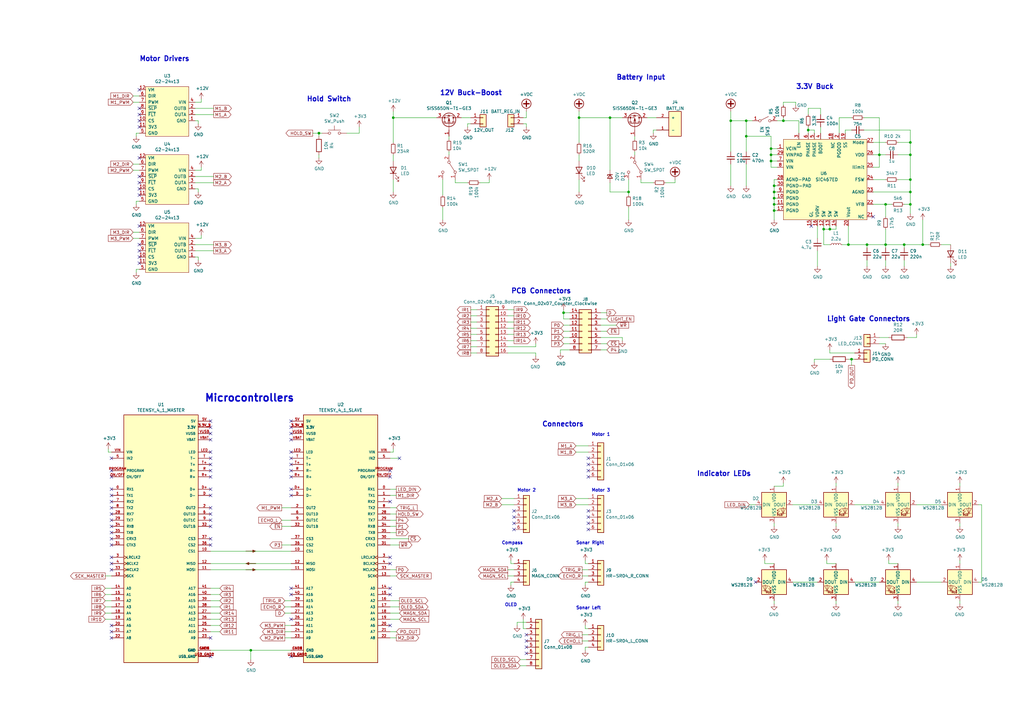
<source format=kicad_sch>
(kicad_sch (version 20211123) (generator eeschema)
  (paper "A3")
  (title_block (title "Robocup Jr Main PCB") (rev "2.0") (company "Leaphy") (comment 1 "Author: Pixeljoch") (comment 2 "Niet aan likken a.u.b."))
  (junction (at 316.23 60.96))
  (junction (at 317.5 83.82))
  (junction (at 316.23 66.04))
  (junction (at 363.22 100.33))
  (junction (at 231.14 128.27))
  (junction (at 306.07 55.88))
  (junction (at 257.81 78.74))
  (junction (at 316.23 63.5))
  (junction (at 378.46 100.33))
  (junction (at 317.5 86.36))
  (junction (at 237.49 48.26))
  (junction (at 161.29 48.26))
  (junction (at 355.6 100.33))
  (junction (at 317.5 81.28))
  (junction (at 373.38 58.42))
  (junction (at 331.47 53.34))
  (junction (at 349.25 147.32))
  (junction (at 373.38 78.74))
  (junction (at 360.68 63.5))
  (junction (at 373.38 63.5))
  (junction (at 370.84 100.33))
  (junction (at 299.72 49.53))
  (junction (at 250.19 48.26))
  (junction (at 306.07 49.53))
  (junction (at 347.98 100.33))
  (junction (at 317.5 78.74))
  (junction (at 102.87 266.7))
  (junction (at 363.22 83.82))
  (junction (at 321.31 49.53))
  (junction (at 317.5 76.2))
  (junction (at 373.38 73.66))
  (junction (at 337.82 93.98))
  (junction (at 373.38 83.82))
  (junction (at 340.36 93.98))
  (junction (at 130.81 54.61))
  (no_connect (at 45.72 231.14))
  (no_connect (at 241.3 212.09))
  (no_connect (at 119.38 175.26))
  (no_connect (at 119.38 185.42))
  (no_connect (at 57.15 44.45))
  (no_connect (at 160.02 231.14))
  (no_connect (at 45.72 261.62))
  (no_connect (at 119.38 172.72))
  (no_connect (at 45.72 223.52))
  (no_connect (at 160.02 243.84))
  (no_connect (at 57.15 74.93))
  (no_connect (at 86.36 180.34))
  (no_connect (at 45.72 259.08))
  (no_connect (at 86.36 193.04))
  (no_connect (at 45.72 195.58))
  (no_connect (at 86.36 269.24))
  (no_connect (at 160.02 205.74))
  (no_connect (at 57.15 49.53))
  (no_connect (at 119.38 269.24))
  (no_connect (at 215.9 260.35))
  (no_connect (at 57.15 105.41))
  (no_connect (at 57.15 92.71))
  (no_connect (at 119.38 193.04))
  (no_connect (at 86.36 190.5))
  (no_connect (at 241.3 190.5))
  (no_connect (at 241.3 193.04))
  (no_connect (at 86.36 172.72))
  (no_connect (at 45.72 200.66))
  (no_connect (at 119.38 177.8))
  (no_connect (at 119.38 243.84))
  (no_connect (at 45.72 220.98))
  (no_connect (at 160.02 241.3))
  (no_connect (at 45.72 210.82))
  (no_connect (at 210.82 209.55))
  (no_connect (at 309.88 238.76))
  (no_connect (at 119.38 254))
  (no_connect (at 86.36 220.98))
  (no_connect (at 215.9 267.97))
  (no_connect (at 45.72 205.74))
  (no_connect (at 119.38 180.34))
  (no_connect (at 210.82 217.17))
  (no_connect (at 57.15 107.95))
  (no_connect (at 86.36 177.8))
  (no_connect (at 57.15 52.07))
  (no_connect (at 45.72 233.68))
  (no_connect (at 86.36 210.82))
  (no_connect (at 119.38 200.66))
  (no_connect (at 241.3 217.17))
  (no_connect (at 215.9 262.89))
  (no_connect (at 86.36 208.28))
  (no_connect (at 45.72 208.28))
  (no_connect (at 57.15 36.83))
  (no_connect (at 119.38 187.96))
  (no_connect (at 45.72 215.9))
  (no_connect (at 160.02 193.04))
  (no_connect (at 86.36 215.9))
  (no_connect (at 57.15 77.47))
  (no_connect (at 45.72 203.2))
  (no_connect (at 57.15 64.77))
  (no_connect (at 86.36 175.26))
  (no_connect (at 57.15 80.01))
  (no_connect (at 86.36 261.62))
  (no_connect (at 45.72 193.04))
  (no_connect (at 86.36 195.58))
  (no_connect (at 57.15 72.39))
  (no_connect (at 57.15 46.99))
  (no_connect (at 160.02 256.54))
  (no_connect (at 241.3 187.96))
  (no_connect (at 86.36 213.36))
  (no_connect (at 241.3 209.55))
  (no_connect (at 160.02 228.6))
  (no_connect (at 210.82 214.63))
  (no_connect (at 241.3 214.63))
  (no_connect (at 45.72 256.54))
  (no_connect (at 210.82 212.09))
  (no_connect (at 86.36 187.96))
  (no_connect (at 332.74 92.71))
  (no_connect (at 57.15 102.87))
  (no_connect (at 358.14 88.9))
  (no_connect (at 86.36 185.42))
  (no_connect (at 119.38 190.5))
  (no_connect (at 45.72 187.96))
  (no_connect (at 45.72 213.36))
  (no_connect (at 160.02 195.58))
  (no_connect (at 119.38 241.3))
  (no_connect (at 86.36 203.2))
  (no_connect (at 215.9 265.43))
  (no_connect (at 45.72 228.6))
  (no_connect (at 163.83 187.96))
  (no_connect (at 241.3 195.58))
  (no_connect (at 86.36 223.52))
  (no_connect (at 45.72 218.44))
  (no_connect (at 57.15 100.33))
  (no_connect (at 119.38 195.58))
  (no_connect (at 86.36 200.66))
  (no_connect (at 119.38 203.2))
  (wire (pts (xy 321.31 48.26) (xy 321.31 49.53)))
  (wire (pts (xy 231.14 140.97) (xy 233.68 140.97)))
  (wire (pts (xy 250.19 78.74) (xy 250.19 74.93)))
  (wire (pts (xy 240.03 265.43) (xy 241.3 265.43)))
  (wire (pts (xy 340.36 92.71) (xy 340.36 93.98)))
  (wire (pts (xy 43.18 246.38) (xy 45.72 246.38)))
  (wire (pts (xy 215.9 257.81) (xy 214.63 257.81)))
  (wire (pts (xy 233.68 128.27) (xy 231.14 128.27)))
  (wire (pts (xy 368.3 198.12) (xy 368.3 199.39)))
  (wire (pts (xy 316.23 55.88) (xy 316.23 60.96)))
  (wire (pts (xy 184.15 57.15) (xy 184.15 55.88)))
  (wire (pts (xy 236.22 204.47) (xy 241.3 204.47)))
  (wire (pts (xy 116.84 259.08) (xy 119.38 259.08)))
  (wire (pts (xy 317.5 76.2) (xy 317.5 78.74)))
  (wire (pts (xy 130.81 55.88) (xy 130.81 54.61)))
  (wire (pts (xy 82.55 40.64) (xy 82.55 41.91)))
  (wire (pts (xy 318.77 66.04) (xy 316.23 66.04)))
  (wire (pts (xy 318.77 86.36) (xy 317.5 86.36)))
  (wire (pts (xy 115.57 213.36) (xy 119.38 213.36)))
  (wire (pts (xy 306.07 55.88) (xy 316.23 55.88)))
  (wire (pts (xy 229.87 144.78) (xy 229.87 143.51)))
  (wire (pts (xy 219.71 146.05) (xy 219.71 144.78)))
  (wire (pts (xy 130.81 64.77) (xy 130.81 63.5)))
  (wire (pts (xy 191.77 74.93) (xy 186.69 74.93)))
  (wire (pts (xy 355.6 106.68) (xy 355.6 109.22)))
  (wire (pts (xy 331.47 54.61) (xy 331.47 53.34)))
  (wire (pts (xy 313.69 229.87) (xy 313.69 231.14)))
  (wire (pts (xy 360.68 68.58) (xy 360.68 63.5)))
  (wire (pts (xy 363.22 106.68) (xy 363.22 109.22)))
  (wire (pts (xy 162.56 213.36) (xy 160.02 213.36)))
  (wire (pts (xy 317.5 83.82) (xy 317.5 86.36)))
  (wire (pts (xy 238.76 236.22) (xy 241.3 236.22)))
  (wire (pts (xy 191.77 50.8) (xy 193.04 50.8)))
  (wire (pts (xy 368.3 247.65) (xy 368.3 246.38)))
  (wire (pts (xy 337.82 100.33) (xy 340.36 100.33)))
  (wire (pts (xy 250.19 78.74) (xy 257.81 78.74)))
  (wire (pts (xy 363.22 88.9) (xy 363.22 83.82)))
  (wire (pts (xy 82.55 68.58) (xy 82.55 69.85)))
  (wire (pts (xy 167.64 220.98) (xy 160.02 220.98)))
  (wire (pts (xy 370.84 100.33) (xy 363.22 100.33)))
  (wire (pts (xy 318.77 81.28) (xy 317.5 81.28)))
  (wire (pts (xy 215.9 48.26) (xy 215.9 45.72)))
  (wire (pts (xy 318.77 76.2) (xy 317.5 76.2)))
  (wire (pts (xy 193.04 127) (xy 195.58 127)))
  (wire (pts (xy 193.04 142.24) (xy 195.58 142.24)))
  (wire (pts (xy 162.56 259.08) (xy 160.02 259.08)))
  (wire (pts (xy 240.03 238.76) (xy 241.3 238.76)))
  (wire (pts (xy 55.88 83.82) (xy 55.88 82.55)))
  (wire (pts (xy 335.28 109.22) (xy 335.28 102.87)))
  (wire (pts (xy 215.9 52.07) (xy 215.9 50.8)))
  (wire (pts (xy 102.87 266.7) (xy 86.36 266.7)))
  (wire (pts (xy 360.68 63.5) (xy 358.14 63.5)))
  (wire (pts (xy 373.38 78.74) (xy 373.38 83.82)))
  (wire (pts (xy 373.38 63.5) (xy 373.38 73.66)))
  (wire (pts (xy 184.15 63.5) (xy 184.15 62.23)))
  (wire (pts (xy 213.36 273.05) (xy 215.9 273.05)))
  (wire (pts (xy 193.04 144.78) (xy 195.58 144.78)))
  (wire (pts (xy 346.71 53.34) (xy 349.25 53.34)))
  (wire (pts (xy 255.27 138.43) (xy 255.27 139.7)))
  (wire (pts (xy 265.43 48.26) (xy 269.24 48.26)))
  (wire (pts (xy 181.61 73.66) (xy 181.61 80.01)))
  (wire (pts (xy 321.31 198.12) (xy 321.31 199.39)))
  (wire (pts (xy 375.92 207.01) (xy 386.08 207.01)))
  (wire (pts (xy 402.59 238.76) (xy 401.32 238.76)))
  (wire (pts (xy 240.03 231.14) (xy 241.3 231.14)))
  (wire (pts (xy 248.92 135.89) (xy 246.38 135.89)))
  (wire (pts (xy 43.18 248.92) (xy 45.72 248.92)))
  (wire (pts (xy 370.84 83.82) (xy 373.38 83.82)))
  (wire (pts (xy 163.83 248.92) (xy 160.02 248.92)))
  (wire (pts (xy 318.77 63.5) (xy 316.23 63.5)))
  (wire (pts (xy 257.81 73.66) (xy 257.81 78.74)))
  (wire (pts (xy 276.86 74.93) (xy 276.86 73.66)))
  (wire (pts (xy 318.77 60.96) (xy 316.23 60.96)))
  (wire (pts (xy 162.56 200.66) (xy 160.02 200.66)))
  (wire (pts (xy 389.89 109.22) (xy 389.89 107.95)))
  (wire (pts (xy 360.68 138.43) (xy 364.49 138.43)))
  (wire (pts (xy 208.28 132.08) (xy 210.82 132.08)))
  (wire (pts (xy 186.69 74.93) (xy 186.69 73.66)))
  (wire (pts (xy 163.83 246.38) (xy 160.02 246.38)))
  (wire (pts (xy 358.14 73.66) (xy 363.22 73.66)))
  (wire (pts (xy 43.18 251.46) (xy 45.72 251.46)))
  (wire (pts (xy 208.28 137.16) (xy 210.82 137.16)))
  (wire (pts (xy 231.14 135.89) (xy 233.68 135.89)))
  (wire (pts (xy 55.88 82.55) (xy 57.15 82.55)))
  (wire (pts (xy 147.32 54.61) (xy 142.24 54.61)))
  (wire (pts (xy 354.33 53.34) (xy 373.38 53.34)))
  (wire (pts (xy 163.83 187.96) (xy 160.02 187.96)))
  (wire (pts (xy 355.6 101.6) (xy 355.6 100.33)))
  (wire (pts (xy 360.68 48.26) (xy 360.68 63.5)))
  (wire (pts (xy 373.38 73.66) (xy 373.38 78.74)))
  (wire (pts (xy 214.63 257.81) (xy 214.63 254)))
  (wire (pts (xy 378.46 100.33) (xy 378.46 90.17)))
  (wire (pts (xy 306.07 49.53) (xy 306.07 55.88)))
  (wire (pts (xy 317.5 73.66) (xy 317.5 76.2)))
  (wire (pts (xy 363.22 100.33) (xy 355.6 100.33)))
  (wire (pts (xy 161.29 48.26) (xy 179.07 48.26)))
  (wire (pts (xy 81.28 78.74) (xy 81.28 77.47)))
  (wire (pts (xy 363.22 63.5) (xy 360.68 63.5)))
  (wire (pts (xy 368.3 73.66) (xy 373.38 73.66)))
  (wire (pts (xy 389.89 100.33) (xy 386.08 100.33)))
  (wire (pts (xy 306.07 49.53) (xy 308.61 49.53)))
  (wire (pts (xy 306.07 55.88) (xy 306.07 62.23)))
  (wire (pts (xy 237.49 48.26) (xy 237.49 45.72)))
  (wire (pts (xy 115.57 223.52) (xy 119.38 223.52)))
  (wire (pts (xy 344.17 54.61) (xy 344.17 48.26)))
  (wire (pts (xy 368.3 63.5) (xy 373.38 63.5)))
  (wire (pts (xy 336.55 52.07) (xy 336.55 54.61)))
  (wire (pts (xy 236.22 185.42) (xy 241.3 185.42)))
  (wire (pts (xy 260.35 57.15) (xy 260.35 55.88)))
  (wire (pts (xy 238.76 233.68) (xy 241.3 233.68)))
  (wire (pts (xy 231.14 130.81) (xy 233.68 130.81)))
  (wire (pts (xy 231.14 128.27) (xy 231.14 130.81)))
  (wire (pts (xy 337.82 93.98) (xy 340.36 93.98)))
  (wire (pts (xy 116.84 251.46) (xy 119.38 251.46)))
  (wire (pts (xy 82.55 97.79) (xy 80.01 97.79)))
  (wire (pts (xy 116.84 248.92) (xy 119.38 248.92)))
  (wire (pts (xy 246.38 138.43) (xy 255.27 138.43)))
  (wire (pts (xy 316.23 68.58) (xy 316.23 66.04)))
  (wire (pts (xy 363.22 83.82) (xy 358.14 83.82)))
  (wire (pts (xy 375.92 137.16) (xy 375.92 138.43)))
  (wire (pts (xy 276.86 74.93) (xy 273.05 74.93)))
  (wire (pts (xy 115.57 215.9) (xy 119.38 215.9)))
  (wire (pts (xy 43.18 243.84) (xy 45.72 243.84)))
  (wire (pts (xy 316.23 66.04) (xy 316.23 63.5)))
  (wire (pts (xy 335.28 92.71) (xy 335.28 97.79)))
  (wire (pts (xy 160.02 185.42) (xy 161.29 185.42)))
  (wire (pts (xy 267.97 74.93) (xy 262.89 74.93)))
  (wire (pts (xy 401.32 207.01) (xy 402.59 207.01)))
  (wire (pts (xy 80.01 74.93) (xy 87.63 74.93)))
  (wire (pts (xy 86.36 231.14) (xy 119.38 231.14)))
  (wire (pts (xy 236.22 207.01) (xy 241.3 207.01)))
  (wire (pts (xy 80.01 44.45) (xy 87.63 44.45)))
  (wire (pts (xy 364.49 231.14) (xy 368.3 231.14)))
  (wire (pts (xy 317.5 215.9) (xy 317.5 214.63)))
  (wire (pts (xy 326.39 41.91) (xy 326.39 43.18)))
  (wire (pts (xy 82.55 41.91) (xy 80.01 41.91)))
  (wire (pts (xy 80.01 102.87) (xy 87.63 102.87)))
  (wire (pts (xy 116.84 256.54) (xy 119.38 256.54)))
  (wire (pts (xy 231.14 127) (xy 231.14 128.27)))
  (wire (pts (xy 54.61 69.85) (xy 57.15 69.85)))
  (wire (pts (xy 90.17 251.46) (xy 86.36 251.46)))
  (wire (pts (xy 55.88 55.88) (xy 55.88 54.61)))
  (wire (pts (xy 90.17 246.38) (xy 86.36 246.38)))
  (wire (pts (xy 128.27 54.61) (xy 130.81 54.61)))
  (wire (pts (xy 339.09 229.87) (xy 339.09 231.14)))
  (wire (pts (xy 115.57 208.28) (xy 119.38 208.28)))
  (wire (pts (xy 54.61 95.25) (xy 57.15 95.25)))
  (wire (pts (xy 393.7 229.87) (xy 393.7 231.14)))
  (wire (pts (xy 337.82 92.71) (xy 337.82 93.98)))
  (wire (pts (xy 209.55 231.14) (xy 210.82 231.14)))
  (wire (pts (xy 119.38 266.7) (xy 102.87 266.7)))
  (wire (pts (xy 240.03 266.7) (xy 240.03 265.43)))
  (wire (pts (xy 161.29 78.74) (xy 161.29 73.66)))
  (wire (pts (xy 321.31 41.91) (xy 326.39 41.91)))
  (wire (pts (xy 317.5 81.28) (xy 317.5 83.82)))
  (wire (pts (xy 331.47 53.34) (xy 331.47 52.07)))
  (wire (pts (xy 336.55 44.45) (xy 336.55 46.99)))
  (wire (pts (xy 219.71 140.97) (xy 219.71 142.24)))
  (wire (pts (xy 54.61 41.91) (xy 57.15 41.91)))
  (wire (pts (xy 350.52 207.01) (xy 360.68 207.01)))
  (wire (pts (xy 313.69 231.14) (xy 317.5 231.14)))
  (wire (pts (xy 90.17 259.08) (xy 86.36 259.08)))
  (wire (pts (xy 248.92 128.27) (xy 246.38 128.27)))
  (wire (pts (xy 163.83 254) (xy 160.02 254)))
  (wire (pts (xy 238.76 262.89) (xy 241.3 262.89)))
  (wire (pts (xy 260.35 63.5) (xy 260.35 62.23)))
  (wire (pts (xy 55.88 111.76) (xy 55.88 110.49)))
  (wire (pts (xy 358.14 68.58) (xy 360.68 68.58)))
  (wire (pts (xy 240.03 256.54) (xy 240.03 257.81)))
  (wire (pts (xy 44.45 184.15) (xy 44.45 185.42)))
  (wire (pts (xy 208.28 139.7) (xy 210.82 139.7)))
  (wire (pts (xy 342.9 93.98) (xy 342.9 92.71)))
  (wire (pts (xy 213.36 270.51) (xy 215.9 270.51)))
  (wire (pts (xy 231.14 133.35) (xy 233.68 133.35)))
  (wire (pts (xy 250.19 48.26) (xy 237.49 48.26)))
  (wire (pts (xy 193.04 139.7) (xy 195.58 139.7)))
  (wire (pts (xy 147.32 52.07) (xy 147.32 54.61)))
  (wire (pts (xy 193.04 134.62) (xy 195.58 134.62)))
  (wire (pts (xy 162.56 233.68) (xy 160.02 233.68)))
  (wire (pts (xy 340.36 93.98) (xy 342.9 93.98)))
  (wire (pts (xy 208.28 233.68) (xy 210.82 233.68)))
  (wire (pts (xy 342.9 198.12) (xy 342.9 199.39)))
  (wire (pts (xy 325.12 207.01) (xy 335.28 207.01)))
  (wire (pts (xy 257.81 78.74) (xy 257.81 80.01)))
  (wire (pts (xy 231.14 138.43) (xy 233.68 138.43)))
  (wire (pts (xy 212.09 255.27) (xy 215.9 255.27)))
  (wire (pts (xy 334.01 53.34) (xy 331.47 53.34)))
  (wire (pts (xy 347.98 92.71) (xy 347.98 100.33)))
  (wire (pts (xy 116.84 246.38) (xy 119.38 246.38)))
  (wire (pts (xy 208.28 236.22) (xy 210.82 236.22)))
  (wire (pts (xy 90.17 243.84) (xy 86.36 243.84)))
  (wire (pts (xy 363.22 93.98) (xy 363.22 100.33)))
  (wire (pts (xy 237.49 78.74) (xy 237.49 73.66)))
  (wire (pts (xy 240.03 229.87) (xy 240.03 231.14)))
  (wire (pts (xy 200.66 74.93) (xy 196.85 74.93)))
  (wire (pts (xy 317.5 86.36) (xy 317.5 90.17)))
  (wire (pts (xy 130.81 54.61) (xy 132.08 54.61)))
  (wire (pts (xy 337.82 93.98) (xy 337.82 100.33)))
  (wire (pts (xy 161.29 48.26) (xy 161.29 45.72)))
  (wire (pts (xy 162.56 261.62) (xy 160.02 261.62)))
  (wire (pts (xy 81.28 106.68) (xy 81.28 105.41)))
  (wire (pts (xy 365.76 83.82) (xy 363.22 83.82)))
  (wire (pts (xy 299.72 76.2) (xy 299.72 67.31)))
  (wire (pts (xy 375.92 138.43) (xy 372.11 138.43)))
  (wire (pts (xy 219.71 142.24) (xy 208.28 142.24)))
  (wire (pts (xy 90.17 254) (xy 86.36 254)))
  (wire (pts (xy 386.08 238.76) (xy 375.92 238.76)))
  (wire (pts (xy 373.38 53.34) (xy 373.38 58.42)))
  (wire (pts (xy 189.23 48.26) (xy 193.04 48.26)))
  (wire (pts (xy 321.31 43.18) (xy 321.31 41.91)))
  (wire (pts (xy 44.45 185.42) (xy 45.72 185.42)))
  (wire (pts (xy 370.84 101.6) (xy 370.84 100.33)))
  (wire (pts (xy 80.01 46.99) (xy 87.63 46.99)))
  (wire (pts (xy 238.76 260.35) (xy 241.3 260.35)))
  (wire (pts (xy 102.87 270.51) (xy 102.87 266.7)))
  (wire (pts (xy 215.9 50.8) (xy 214.63 50.8)))
  (wire (pts (xy 402.59 207.01) (xy 402.59 238.76)))
  (wire (pts (xy 208.28 127) (xy 210.82 127)))
  (wire (pts (xy 393.7 215.9) (xy 393.7 214.63)))
  (wire (pts (xy 299.72 45.72) (xy 299.72 49.53)))
  (wire (pts (xy 342.9 215.9) (xy 342.9 214.63)))
  (wire (pts (xy 334.01 54.61) (xy 334.01 53.34)))
  (wire (pts (xy 90.17 256.54) (xy 86.36 256.54)))
  (wire (pts (xy 161.29 66.04) (xy 161.29 63.5)))
  (wire (pts (xy 349.25 149.86) (xy 349.25 147.32)))
  (wire (pts (xy 393.7 247.65) (xy 393.7 246.38)))
  (wire (pts (xy 306.07 76.2) (xy 306.07 67.31)))
  (wire (pts (xy 318.77 78.74) (xy 317.5 78.74)))
  (wire (pts (xy 331.47 46.99) (xy 331.47 44.45)))
  (wire (pts (xy 335.28 238.76) (xy 325.12 238.76)))
  (wire (pts (xy 43.18 236.22) (xy 45.72 236.22)))
  (wire (pts (xy 327.66 49.53) (xy 327.66 54.61)))
  (wire (pts (xy 163.83 251.46) (xy 160.02 251.46)))
  (wire (pts (xy 368.3 215.9) (xy 368.3 214.63)))
  (wire (pts (xy 86.36 226.06) (xy 119.38 226.06)))
  (wire (pts (xy 237.49 58.42) (xy 237.49 48.26)))
  (wire (pts (xy 393.7 198.12) (xy 393.7 199.39)))
  (wire (pts (xy 299.72 49.53) (xy 299.72 62.23)))
  (wire (pts (xy 43.18 241.3) (xy 45.72 241.3)))
  (wire (pts (xy 334.01 147.32) (xy 340.36 147.32)))
  (wire (pts (xy 208.28 134.62) (xy 210.82 134.62)))
  (wire (pts (xy 358.14 78.74) (xy 373.38 78.74)))
  (wire (pts (xy 116.84 261.62) (xy 119.38 261.62)))
  (wire (pts (xy 355.6 100.33) (xy 347.98 100.33)))
  (wire (pts (xy 237.49 66.04) (xy 237.49 63.5)))
  (wire (pts (xy 347.98 100.33) (xy 345.44 100.33)))
  (wire (pts (xy 209.55 240.03) (xy 209.55 238.76)))
  (wire (pts (xy 248.92 140.97) (xy 246.38 140.97)))
  (wire (pts (xy 90.17 241.3) (xy 86.36 241.3)))
  (wire (pts (xy 321.31 49.53) (xy 327.66 49.53)))
  (wire (pts (xy 354.33 48.26) (xy 360.68 48.26)))
  (wire (pts (xy 246.38 143.51) (xy 248.92 143.51)))
  (wire (pts (xy 200.66 73.66) (xy 200.66 74.93)))
  (wire (pts (xy 368.3 58.42) (xy 373.38 58.42)))
  (wire (pts (xy 205.74 204.47) (xy 210.82 204.47)))
  (wire (pts (xy 358.14 58.42) (xy 363.22 58.42)))
  (wire (pts (xy 318.77 68.58) (xy 316.23 68.58)))
  (wire (pts (xy 257.81 85.09) (xy 257.81 90.17)))
  (wire (pts (xy 161.29 58.42) (xy 161.29 48.26)))
  (wire (pts (xy 54.61 67.31) (xy 57.15 67.31)))
  (wire (pts (xy 212.09 256.54) (xy 212.09 255.27)))
  (wire (pts (xy 54.61 97.79) (xy 57.15 97.79)))
  (wire (pts (xy 316.23 63.5) (xy 316.23 60.96)))
  (wire (pts (xy 81.28 77.47) (xy 80.01 77.47)))
  (wire (pts (xy 364.49 229.87) (xy 364.49 231.14)))
  (wire (pts (xy 248.92 130.81) (xy 246.38 130.81)))
  (wire (pts (xy 81.28 49.53) (xy 80.01 49.53)))
  (wire (pts (xy 346.71 54.61) (xy 346.71 53.34)))
  (wire (pts (xy 193.04 132.08) (xy 195.58 132.08)))
  (wire (pts (xy 219.71 144.78) (xy 208.28 144.78)))
  (wire (pts (xy 160.02 215.9) (xy 162.56 215.9)))
  (wire (pts (xy 344.17 48.26) (xy 349.25 48.26)))
  (wire (pts (xy 267.97 53.34) (xy 269.24 53.34)))
  (wire (pts (xy 360.68 140.97) (xy 363.22 140.97)))
  (wire (pts (xy 162.56 210.82) (xy 160.02 210.82)))
  (wire (pts (xy 255.27 48.26) (xy 250.19 48.26)))
  (wire (pts (xy 214.63 48.26) (xy 215.9 48.26)))
  (wire (pts (xy 373.38 58.42) (xy 373.38 63.5)))
  (wire (pts (xy 342.9 247.65) (xy 342.9 246.38)))
  (wire (pts (xy 373.38 83.82) (xy 373.38 87.63)))
  (wire (pts (xy 334.01 148.59) (xy 334.01 147.32)))
  (wire (pts (xy 360.68 238.76) (xy 350.52 238.76)))
  (wire (pts (xy 82.55 69.85) (xy 80.01 69.85)))
  (wire (pts (xy 55.88 110.49) (xy 57.15 110.49)))
  (wire (pts (xy 363.22 101.6) (xy 363.22 100.33)))
  (wire (pts (xy 318.77 83.82) (xy 317.5 83.82)))
  (wire (pts (xy 318.77 49.53) (xy 321.31 49.53)))
  (wire (pts (xy 81.28 50.8) (xy 81.28 49.53)))
  (wire (pts (xy 306.07 49.53) (xy 299.72 49.53)))
  (wire (pts (xy 307.34 207.01) (xy 309.88 207.01)))
  (wire (pts (xy 321.31 199.39) (xy 317.5 199.39)))
  (wire (pts (xy 162.56 203.2) (xy 160.02 203.2)))
  (wire (pts (xy 209.55 229.87) (xy 209.55 231.14)))
  (wire (pts (xy 229.87 143.51) (xy 233.68 143.51)))
  (wire (pts (xy 193.04 137.16) (xy 195.58 137.16)))
  (wire (pts (xy 82.55 96.52) (xy 82.55 97.79)))
  (wire (pts (xy 191.77 52.07) (xy 191.77 50.8)))
  (wire (pts (xy 90.17 248.92) (xy 86.36 248.92)))
  (wire (pts (xy 86.36 233.68) (xy 119.38 233.68)))
  (wire (pts (xy 81.28 105.41) (xy 80.01 105.41)))
  (wire (pts (xy 317.5 247.65) (xy 317.5 246.38)))
  (wire (pts (xy 162.56 218.44) (xy 160.02 218.44)))
  (wire (pts (xy 54.61 39.37) (xy 57.15 39.37)))
  (wire (pts (xy 209.55 238.76) (xy 210.82 238.76)))
  (wire (pts (xy 205.74 207.01) (xy 210.82 207.01)))
  (wire (pts (xy 43.18 254) (xy 45.72 254)))
  (wire (pts (xy 246.38 133.35) (xy 252.73 133.35)))
  (wire (pts (xy 163.83 223.52) (xy 160.02 223.52)))
  (wire (pts (xy 161.29 185.42) (xy 161.29 184.15)))
  (wire (pts (xy 240.03 257.81) (xy 241.3 257.81)))
  (wire (pts (xy 370.84 100.33) (xy 378.46 100.33)))
  (wire (pts (xy 162.56 208.28) (xy 160.02 208.28)))
  (wire (pts (xy 347.98 147.32) (xy 349.25 147.32)))
  (wire (pts (xy 236.22 182.88) (xy 241.3 182.88)))
  (wire (pts (xy 162.56 236.22) (xy 160.02 236.22)))
  (wire (pts (xy 250.19 69.85) (xy 250.19 48.26)))
  (wire (pts (xy 317.5 78.74) (xy 317.5 81.28)))
  (wire (pts (xy 55.88 54.61) (xy 57.15 54.61)))
  (wire (pts (xy 339.09 231.14) (xy 342.9 231.14)))
  (wire (pts (xy 340.36 144.78) (xy 350.52 144.78)))
  (wire (pts (xy 80.01 100.33) (xy 87.63 100.33)))
  (wire (pts (xy 240.03 240.03) (xy 240.03 238.76)))
  (wire (pts (xy 208.28 129.54) (xy 210.82 129.54)))
  (wire (pts (xy 267.97 54.61) (xy 267.97 53.34)))
  (wire (pts (xy 80.01 72.39) (xy 87.63 72.39)))
  (wire (pts (xy 318.77 73.66) (xy 317.5 73.66)))
  (wire (pts (xy 349.25 147.32) (xy 350.52 147.32)))
  (wire (pts (xy 381 100.33) (xy 378.46 100.33)))
  (wire (pts (xy 331.47 44.45) (xy 336.55 44.45)))
  (wire (pts (xy 262.89 74.93) (xy 262.89 73.66)))
  (wire (pts (xy 370.84 106.68) (xy 370.84 109.22)))
  (wire (pts (xy 181.61 85.09) (xy 181.61 90.17)))
  (wire (pts (xy 340.36 143.51) (xy 340.36 144.78)))
  (wire (pts (xy 193.04 129.54) (xy 195.58 129.54)))
  (text "Motor 3" (at 242.57 201.93 0) (effects (font (size 1.27 1.27) (thickness 0.254) bold) (justify left bottom)))
  (text "Battery Input" (at 252.73 33.02 0) (effects (font (size 2.0066 2.0066) (thickness 0.4013) bold) (justify left bottom)))
  (text "Connectors" (at 222.25 175.26 0) (effects (font (size 2.0066 2.0066) (thickness 0.4013) bold) (justify left bottom)))
  (text "Microcontrollers" (at 83.82 165.1 0) (effects (font (size 2.9972 2.9972) (thickness 0.5994) bold) (justify left bottom)))
  (text "OLED" (at 207.01 248.92 0) (effects (font (size 1.27 1.27) (thickness 0.254) bold) (justify left bottom)))
  (text "12V Buck-Boost" (at 180.34 39.37 0) (effects (font (size 2.0066 2.0066) (thickness 0.4013) bold) (justify left bottom)))
  (text "Motor 1" (at 242.57 179.07 0) (effects (font (size 1.27 1.27) (thickness 0.254) bold) (justify left bottom)))
  (text "Sonar Right" (at 236.22 223.52 0) (effects (font (size 1.27 1.27) (thickness 0.254) bold) (justify left bottom)))
  (text "Indicator LEDs" (at 285.75 195.58 0) (effects (font (size 2.0066 2.0066) (thickness 0.4013) bold) (justify left bottom)))
  (text "Motor Drivers" (at 57.15 25.4 0) (effects (font (size 2.0066 2.0066) (thickness 0.4013) bold) (justify left bottom)))
  (text "3.3V Buck " (at 326.39 36.83 0) (effects (font (size 2.0066 2.0066) (thickness 0.4013) bold) (justify left bottom)))
  (text "PCB Connectors" (at 209.55 120.65 0) (effects (font (size 2.0066 2.0066) (thickness 0.4013) bold) (justify left bottom)))
  (text "Hold Switch" (at 125.73 41.91 0) (effects (font (size 2.0066 2.0066) (thickness 0.4013) bold) (justify left bottom)))
  (text "Motor 2" (at 212.09 201.93 0) (effects (font (size 1.27 1.27) (thickness 0.254) bold) (justify left bottom)))
  (text "Light Gate Connectors" (at 339.09 132.08 0) (effects (font (size 2.0066 2.0066) (thickness 0.4013) bold) (justify left bottom)))
  (text "Sonar Left" (at 236.22 250.19 0) (effects (font (size 1.27 1.27) (thickness 0.254) bold) (justify left bottom)))
  (text "Compass" (at 205.74 223.52 0) (effects (font (size 1.27 1.27) (thickness 0.254) bold) (justify left bottom)))
  (global_label "IR10" (shape output) (at 210.82 129.54 0) (property "Intersheet References" "${INTERSHEET_REFS}" (effects hide)))
  (global_label "IR9" (shape input) (at 43.18 251.46 180) (property "Intersheet References" "${INTERSHEET_REFS}" (effects hide)))
  (global_label "~{CS}" (shape output) (at 167.64 220.98 0) (property "Intersheet References" "${INTERSHEET_REFS}" (effects hide)))
  (global_label "M2_A" (shape output) (at 87.63 74.93 0) (property "Intersheet References" "${INTERSHEET_REFS}" (effects hide)))
  (global_label "IR5" (shape input) (at 43.18 241.3 180) (property "Intersheet References" "${INTERSHEET_REFS}" (effects hide)))
  (global_label "IR12" (shape output) (at 210.82 134.62 0) (property "Intersheet References" "${INTERSHEET_REFS}" (effects hide)))
  (global_label "IR2" (shape output) (at 193.04 129.54 180) (property "Intersheet References" "${INTERSHEET_REFS}" (effects hide)))
  (global_label "IR1" (shape input) (at 90.17 248.92 0) (property "Intersheet References" "${INTERSHEET_REFS}" (effects hide)))
  (global_label "OLED_SCL" (shape input) (at 213.36 270.51 180) (property "Intersheet References" "${INTERSHEET_REFS}" (effects hide)))
  (global_label "P4" (shape output) (at 162.56 213.36 0) (property "Intersheet References" "${INTERSHEET_REFS}" (effects hide)))
  (global_label "IR4" (shape input) (at 90.17 241.3 0) (property "Intersheet References" "${INTERSHEET_REFS}" (effects hide)))
  (global_label "LED_DIN" (shape output) (at 162.56 200.66 0) (property "Intersheet References" "${INTERSHEET_REFS}" (effects hide)))
  (global_label "TRIG_R" (shape input) (at 116.84 246.38 180) (property "Intersheet References" "${INTERSHEET_REFS}" (effects hide)))
  (global_label "P4" (shape input) (at 248.92 143.51 0) (property "Intersheet References" "${INTERSHEET_REFS}" (effects hide)))
  (global_label "M1_DIR" (shape input) (at 54.61 39.37 180) (property "Intersheet References" "${INTERSHEET_REFS}" (effects hide)))
  (global_label "M3_A" (shape input) (at 236.22 204.47 180) (property "Intersheet References" "${INTERSHEET_REFS}" (effects hide)))
  (global_label "P2" (shape input) (at 231.14 138.43 180) (property "Intersheet References" "${INTERSHEET_REFS}" (effects hide)))
  (global_label "IR10" (shape input) (at 43.18 254 180) (property "Intersheet References" "${INTERSHEET_REFS}" (effects hide)))
  (global_label "ECHO_R" (shape input) (at 116.84 248.92 180) (property "Intersheet References" "${INTERSHEET_REFS}" (effects hide)))
  (global_label "MAGN_SDA" (shape input) (at 163.83 251.46 0) (property "Intersheet References" "${INTERSHEET_REFS}" (effects hide)))
  (global_label "~{EN}" (shape input) (at 248.92 135.89 0) (property "Intersheet References" "${INTERSHEET_REFS}" (effects hide)))
  (global_label "IR2" (shape input) (at 90.17 246.38 0) (property "Intersheet References" "${INTERSHEET_REFS}" (effects hide)))
  (global_label "M1_PWM" (shape input) (at 54.61 41.91 180) (property "Intersheet References" "${INTERSHEET_REFS}" (effects hide)))
  (global_label "M1_PWM" (shape output) (at 115.57 208.28 180) (property "Intersheet References" "${INTERSHEET_REFS}" (effects hide)))
  (global_label "M2_B" (shape output) (at 87.63 72.39 0) (property "Intersheet References" "${INTERSHEET_REFS}" (effects hide)))
  (global_label "M3_DIR" (shape input) (at 54.61 95.25 180) (property "Intersheet References" "${INTERSHEET_REFS}" (effects hide)))
  (global_label "M2_DIR" (shape input) (at 54.61 67.31 180) (property "Intersheet References" "${INTERSHEET_REFS}" (effects hide)))
  (global_label "P3" (shape output) (at 115.57 223.52 180) (property "Intersheet References" "${INTERSHEET_REFS}" (effects hide)))
  (global_label "MAGN_SCL" (shape output) (at 208.28 236.22 180) (property "Intersheet References" "${INTERSHEET_REFS}" (effects hide)))
  (global_label "MAGN_SDA" (shape output) (at 208.28 233.68 180) (property "Intersheet References" "${INTERSHEET_REFS}" (effects hide)))
  (global_label "P3" (shape input) (at 231.14 140.97 180) (property "Intersheet References" "${INTERSHEET_REFS}" (effects hide)))
  (global_label "ECHO_R" (shape output) (at 238.76 236.22 180) (property "Intersheet References" "${INTERSHEET_REFS}" (effects hide)))
  (global_label "~{CS}" (shape input) (at 248.92 140.97 0) (property "Intersheet References" "${INTERSHEET_REFS}" (effects hide)))
  (global_label "D" (shape output) (at 248.92 128.27 0) (property "Intersheet References" "${INTERSHEET_REFS}" (effects hide)))
  (global_label "IR7" (shape input) (at 43.18 246.38 180) (property "Intersheet References" "${INTERSHEET_REFS}" (effects hide)))
  (global_label "IR12" (shape input) (at 90.17 256.54 0) (property "Intersheet References" "${INTERSHEET_REFS}" (effects hide)))
  (global_label "P0" (shape input) (at 231.14 133.35 180) (property "Intersheet References" "${INTERSHEET_REFS}" (effects hide)))
  (global_label "IR5" (shape output) (at 193.04 137.16 180) (property "Intersheet References" "${INTERSHEET_REFS}" (effects hide)))
  (global_label "SCK_MASTER" (shape output) (at 43.18 236.22 180) (property "Intersheet References" "${INTERSHEET_REFS}" (effects hide)))
  (global_label "IR7" (shape output) (at 193.04 142.24 180) (property "Intersheet References" "${INTERSHEET_REFS}" (effects hide)))
  (global_label "M3_B" (shape input) (at 236.22 207.01 180) (property "Intersheet References" "${INTERSHEET_REFS}" (effects hide)))
  (global_label "M3_PWM" (shape input) (at 54.61 97.79 180) (property "Intersheet References" "${INTERSHEET_REFS}" (effects hide)))
  (global_label "HOLD_SW" (shape output) (at 162.56 210.82 0) (property "Intersheet References" "${INTERSHEET_REFS}" (effects hide)))
  (global_label "IR8" (shape output) (at 193.04 144.78 180) (property "Intersheet References" "${INTERSHEET_REFS}" (effects hide)))
  (global_label "TRIG_R" (shape output) (at 238.76 233.68 180) (property "Intersheet References" "${INTERSHEET_REFS}" (effects hide)))
  (global_label "TRIG_L" (shape output) (at 238.76 260.35 180) (property "Intersheet References" "${INTERSHEET_REFS}" (effects hide)))
  (global_label "PD_OUT" (shape output) (at 349.25 149.86 270) (property "Intersheet References" "${INTERSHEET_REFS}" (effects hide)))
  (global_label "~{WR}" (shape output) (at 163.83 223.52 0) (property "Intersheet References" "${INTERSHEET_REFS}" (effects hide)))
  (global_label "IR6" (shape input) (at 43.18 243.84 180) (property "Intersheet References" "${INTERSHEET_REFS}" (effects hide)))
  (global_label "IR3" (shape output) (at 193.04 132.08 180) (property "Intersheet References" "${INTERSHEET_REFS}" (effects hide)))
  (global_label "M2_PWM" (shape output) (at 116.84 261.62 180) (property "Intersheet References" "${INTERSHEET_REFS}" (effects hide)))
  (global_label "IR14" (shape input) (at 90.17 251.46 0) (property "Intersheet References" "${INTERSHEET_REFS}" (effects hide)))
  (global_label "HOLD_SW" (shape output) (at 128.27 54.61 180) (property "Intersheet References" "${INTERSHEET_REFS}" (effects hide)))
  (global_label "M1_B" (shape input) (at 236.22 185.42 180) (property "Intersheet References" "${INTERSHEET_REFS}" (effects hide)))
  (global_label "P0" (shape output) (at 162.56 233.68 0) (property "Intersheet References" "${INTERSHEET_REFS}" (effects hide)))
  (global_label "LED_DIN" (shape input) (at 307.34 207.01 180) (property "Intersheet References" "${INTERSHEET_REFS}" (effects hide)))
  (global_label "OLED_SDA" (shape input) (at 213.36 273.05 180) (property "Intersheet References" "${INTERSHEET_REFS}" (effects hide)))
  (global_label "M2_DIR" (shape output) (at 162.56 261.62 0) (property "Intersheet References" "${INTERSHEET_REFS}" (effects hide)))
  (global_label "IR13" (shape input) (at 90.17 254 0) (property "Intersheet References" "${INTERSHEET_REFS}" (effects hide)))
  (global_label "M1_B" (shape output) (at 87.63 44.45 0) (property "Intersheet References" "${INTERSHEET_REFS}" (effects hide)))
  (global_label "SCK_MASTER" (shape input) (at 162.56 236.22 0) (property "Intersheet References" "${INTERSHEET_REFS}" (effects hide)))
  (global_label "~{WR}" (shape input) (at 252.73 133.35 0) (property "Intersheet References" "${INTERSHEET_REFS}" (effects hide)))
  (global_label "ECHO_L" (shape input) (at 115.57 213.36 180) (property "Intersheet References" "${INTERSHEET_REFS}" (effects hide)))
  (global_label "M1_A" (shape output) (at 87.63 46.99 0) (property "Intersheet References" "${INTERSHEET_REFS}" (effects hide)))
  (global_label "P2" (shape output) (at 162.56 218.44 0) (property "Intersheet References" "${INTERSHEET_REFS}" (effects hide)))
  (global_label "IR8" (shape input) (at 43.18 248.92 180) (property "Intersheet References" "${INTERSHEET_REFS}" (effects hide)))
  (global_label "PD_OUT" (shape input) (at 162.56 259.08 0) (property "Intersheet References" "${INTERSHEET_REFS}" (effects hide)))
  (global_label "IR11" (shape output) (at 210.82 132.08 0) (property "Intersheet References" "${INTERSHEET_REFS}" (effects hide)))
  (global_label "M2_B" (shape input) (at 205.74 207.01 180) (property "Intersheet References" "${INTERSHEET_REFS}" (effects hide)))
  (global_label "M3_B" (shape output) (at 87.63 100.33 0) (property "Intersheet References" "${INTERSHEET_REFS}" (effects hide)))
  (global_label "ECHO_L" (shape output) (at 238.76 262.89 180) (property "Intersheet References" "${INTERSHEET_REFS}" (effects hide)))
  (global_label "M2_PWM" (shape input) (at 54.61 69.85 180) (property "Intersheet References" "${INTERSHEET_REFS}" (effects hide)))
  (global_label "P1" (shape input) (at 231.14 135.89 180) (property "Intersheet References" "${INTERSHEET_REFS}" (effects hide)))
  (global_label "MAGN_SCL" (shape input) (at 163.83 254 0) (property "Intersheet References" "${INTERSHEET_REFS}" (effects hide)))
  (global_label "M2_A" (shape input) (at 205.74 204.47 180) (property "Intersheet References" "${INTERSHEET_REFS}" (effects hide)))
  (global_label "M3_DIR" (shape output) (at 116.84 259.08 180) (property "Intersheet References" "${INTERSHEET_REFS}" (effects hide)))
  (global_label "TRIG_L" (shape input) (at 162.56 208.28 0) (property "Intersheet References" "${INTERSHEET_REFS}" (effects hide)))
  (global_label "~{EN}" (shape output) (at 115.57 215.9 180) (property "Intersheet References" "${INTERSHEET_REFS}" (effects hide)))
  (global_label "IR11" (shape input) (at 90.17 259.08 0) (property "Intersheet References" "${INTERSHEET_REFS}" (effects hide)))
  (global_label "IR3" (shape input) (at 90.17 243.84 0) (property "Intersheet References" "${INTERSHEET_REFS}" (effects hide)))
  (global_label "M3_A" (shape output) (at 87.63 102.87 0) (property "Intersheet References" "${INTERSHEET_REFS}" (effects hide)))
  (global_label "M1_A" (shape input) (at 236.22 182.88 180) (property "Intersheet References" "${INTERSHEET_REFS}" (effects hide)))
  (global_label "IR13" (shape output) (at 210.82 137.16 0) (property "Intersheet References" "${INTERSHEET_REFS}" (effects hide)))
  (global_label "D" (shape input) (at 116.84 251.46 180) (property "Intersheet References" "${INTERSHEET_REFS}" (effects hide)))
  (global_label "IR6" (shape output) (at 193.04 139.7 180) (property "Intersheet References" "${INTERSHEET_REFS}" (effects hide)))
  (global_label "IR1" (shape output) (at 193.04 127 180) (property "Intersheet References" "${INTERSHEET_REFS}" (effects hide)))
  (global_label "IR14" (shape output) (at 210.82 139.7 0) (property "Intersheet References" "${INTERSHEET_REFS}" (effects hide)))
  (global_label "M3_PWM" (shape output) (at 116.84 256.54 180) (property "Intersheet References" "${INTERSHEET_REFS}" (effects hide)))
  (global_label "OLED_SCL" (shape output) (at 163.83 246.38 0) (property "Intersheet References" "${INTERSHEET_REFS}" (effects hide)))
  (global_label "LIGHT_EN" (shape input) (at 248.92 130.81 0) (property "Intersheet References" "${INTERSHEET_REFS}" (effects hide)))
  (global_label "M1_DIR" (shape output) (at 162.56 203.2 0) (property "Intersheet References" "${INTERSHEET_REFS}" (effects hide)))
  (global_label "IR4" (shape output) (at 193.04 134.62 180) (property "Intersheet References" "${INTERSHEET_REFS}" (effects hide)))
  (global_label "OLED_SDA" (shape output) (at 163.83 248.92 0) (property "Intersheet References" "${INTERSHEET_REFS}" (effects hide)))
  (global_label "IR9" (shape output) (at 210.82 127 0) (property "Intersheet References" "${INTERSHEET_REFS}" (effects hide)))
  (global_label "P1" (shape output) (at 162.56 215.9 0) (property "Intersheet References" "${INTERSHEET_REFS}" (effects hide)))
  (symbol (lib_id "TEENSY_4_1:TEENSY_4_1") (at 66.04 220.98 0) (unit 1)
    (property "Reference" "U1" (at 66.04 165.9382 0))
    (property "Value" "TEENSY_4_1_MASTER" (at 66.04 168.2496 0))
    (property "Footprint" "Main_Board:TEENSY_4_1_FP" (effects hide))
    (property "STANDARD" "Manufacturer recommendations" (effects hide))
    (property "MAXIMUM_PACKAGE_HEIGHT" "4.07mm" (effects hide))
    (property "PARTREV" "4.1" (effects hide))
    (property "MANUFACTURER" "SparkFun Electronics" (effects hide))
  )
  (symbol (lib_id "TEENSY_4_1:TEENSY_4_1") (at 139.7 220.98 0) (mirror y) (unit 1)
    (property "Reference" "U2" (at 139.7 165.9382 0))
    (property "Value" "TEENSY_4_1_SLAVE" (at 139.7 168.2496 0))
    (property "Footprint" "Main_Board:TEENSY_4_1_FP" (effects hide))
    (property "STANDARD" "Manufacturer recommendations" (effects hide))
    (property "MAXIMUM_PACKAGE_HEIGHT" "4.07mm" (effects hide))
    (property "PARTREV" "4.1" (effects hide))
    (property "MANUFACTURER" "SparkFun Electronics" (effects hide))
  )
  (symbol (lib_id "power:GND") (at 102.87 270.51 0) (unit 1)
    (property "Reference" "#PWR0101" (effects hide))
    (property "Value" "GND" (at 102.997 274.9042 0))
  )
  (symbol (lib_id "power:+VDC") (at 215.9 45.72 0) (unit 1)
    (property "Reference" "#PWR0103" (effects hide))
    (property "Value" "+VDC" (at 215.9 38.735 0))
  )
  (symbol (lib_id "power:GND") (at 191.77 52.07 0) (unit 1)
    (property "Reference" "#PWR0105" (effects hide))
    (property "Value" "GND" (at 191.897 56.4642 0))
  )
  (symbol (lib_id "power:GND") (at 215.9 52.07 0) (unit 1)
    (property "Reference" "#PWR0107" (effects hide))
    (property "Value" "GND" (at 216.027 56.4642 0))
  )
  (symbol (lib_id "XT60-M:XT60-M") (at 276.86 50.8 0) (mirror x) (unit 1)
    (property "Reference" "J4" (at 276.86 41.91 0))
    (property "Value" "BATT_IN" (at 276.86 44.45 0))
    (property "Footprint" "Main_Board:AMASS_XT60PW-M" (effects hide))
    (property "PARTREV" "1.2" (effects hide))
    (property "MANUFACTURER" "AMASS" (effects hide))
    (property "STANDARD" "IPC-7251" (effects hide))
  )
  (symbol (lib_id "power:+VDC") (at 237.49 45.72 0) (unit 1)
    (property "Reference" "#PWR0108" (effects hide))
    (property "Value" "+VDC" (at 237.49 38.735 0))
  )
  (symbol (lib_id "power:+VDC") (at 299.72 45.72 0) (unit 1)
    (property "Reference" "#PWR029" (effects hide))
    (property "Value" "+VDC" (at 299.72 38.735 0))
  )
  (symbol (lib_id "Device:Q_PMOS_GDS") (at 260.35 50.8 270) (mirror x) (unit 1)
    (property "Reference" "Q2" (at 260.35 42.1132 90))
    (property "Value" "SISS65DN-T1-GE3" (at 260.35 44.4246 90))
    (property "Footprint" "Package_SO:Vishay_PowerPAK_1212-8_Single" (effects hide))
  )
  (symbol (lib_id "Device:R_Small") (at 260.35 59.69 0) (unit 1)
    (property "Reference" "R3" (at 261.8486 58.5216 0) (effects (justify left)))
    (property "Value" "10k" (at 261.8486 60.833 0) (effects (justify left)))
    (property "Footprint" "Resistor_SMD:R_0805_2012Metric" (effects hide))
  )
  (symbol (lib_id "power:GND") (at 257.81 90.17 0) (unit 1)
    (property "Reference" "#PWR012" (effects hide))
    (property "Value" "GND" (at 257.937 94.5642 0))
  )
  (symbol (lib_id "power:GND") (at 267.97 54.61 0) (unit 1)
    (property "Reference" "#PWR013" (effects hide))
    (property "Value" "GND" (at 268.097 59.0042 0))
  )
  (symbol (lib_id "Graphic:SYM_Arrow_Small") (at 102.87 233.68 0) (unit 1)
    (property "Reference" "#SYM3" (effects hide))
    (property "Value" "SYM_Arrow_Small" (effects hide))
  )
  (symbol (lib_id "Graphic:SYM_Arrow_Small") (at 102.87 231.14 180) (unit 1)
    (property "Reference" "#SYM2" (effects hide))
    (property "Value" "SYM_Arrow_Small" (effects hide))
  )
  (symbol (lib_id "Graphic:SYM_Arrow_Small") (at 102.87 226.06 0) (unit 1)
    (property "Reference" "#SYM1" (effects hide))
    (property "Value" "SYM_Arrow_Small" (effects hide))
  )
  (symbol (lib_id "power:GND") (at 219.71 146.05 0) (mirror y) (unit 1)
    (property "Reference" "#PWR015" (effects hide))
    (property "Value" "GND" (at 219.583 150.4442 0))
  )
  (symbol (lib_id "power:+3.3V") (at 219.71 140.97 0) (unit 1)
    (property "Reference" "#PWR022" (effects hide))
    (property "Value" "+3.3V" (at 220.091 136.5758 0))
  )
  (symbol (lib_id "power:+12V") (at 82.55 68.58 0) (unit 1)
    (property "Reference" "#PWR09" (effects hide))
    (property "Value" "+12V" (at 82.931 64.1858 0))
  )
  (symbol (lib_id "power:+12V") (at 82.55 40.64 0) (unit 1)
    (property "Reference" "#PWR08" (effects hide))
    (property "Value" "+12V" (at 82.931 36.2458 0))
  )
  (symbol (lib_id "Switch:SW_Push") (at 137.16 54.61 0) (unit 1)
    (property "Reference" "SW2" (at 137.16 47.371 0))
    (property "Value" "SW_Push" (at 137.16 49.6824 0))
    (property "Footprint" "Main_Board:EVP-BT2J4A000" (effects hide))
  )
  (symbol (lib_id "power:+3.3V") (at 147.32 52.07 0) (unit 1)
    (property "Reference" "#PWR017" (effects hide))
    (property "Value" "+3.3V" (at 147.701 47.6758 0))
  )
  (symbol (lib_id "power:+12V") (at 82.55 96.52 0) (unit 1)
    (property "Reference" "#PWR010" (effects hide))
    (property "Value" "+12V" (at 82.931 92.1258 0))
  )
  (symbol (lib_id "Device:R") (at 130.81 59.69 180) (unit 1)
    (property "Reference" "R4" (at 136.0678 59.69 90))
    (property "Value" "10k" (at 133.7564 59.69 90))
    (property "Footprint" "Resistor_SMD:R_0805_2012Metric" (effects hide))
  )
  (symbol (lib_id "power:GND") (at 130.81 64.77 0) (unit 1)
    (property "Reference" "#PWR016" (effects hide))
    (property "Value" "GND" (at 130.937 69.1642 0))
  )
  (symbol (lib_id "power:GND") (at 81.28 106.68 0) (unit 1)
    (property "Reference" "#PWR07" (effects hide))
    (property "Value" "GND" (at 81.407 111.0742 0))
  )
  (symbol (lib_id "LED:WS2812B") (at 368.3 207.01 0) (unit 1)
    (property "Reference" "D4" (at 360.68 205.74 0) (effects (justify right)))
    (property "Value" "WS2812B" (at 361.95 208.28 0) (effects (justify right)))
    (property "Footprint" "LED_SMD:LED_WS2812B_PLCC4_5.0x5.0mm_P3.2mm" (effects hide))
    (property "Datasheet" "https://cdn-shop.adafruit.com/datasheets/WS2812B.pdf" (effects hide))
  )
  (symbol (lib_id "LED:WS2812B") (at 393.7 238.76 0) (mirror y) (unit 1)
    (property "Reference" "D6" (at 402.4376 237.5916 0) (effects (justify right)))
    (property "Value" "WS2812B" (at 402.4376 239.903 0) (effects (justify right)))
    (property "Footprint" "LED_SMD:LED_WS2812B_PLCC4_5.0x5.0mm_P3.2mm" (effects hide))
    (property "Datasheet" "https://cdn-shop.adafruit.com/datasheets/WS2812B.pdf" (effects hide))
  )
  (symbol (lib_id "LED:WS2812B") (at 317.5 207.01 0) (unit 1)
    (property "Reference" "D2" (at 308.61 204.47 0) (effects (justify left)))
    (property "Value" "WS2812B" (at 303.53 208.28 0) (effects (justify left)))
    (property "Footprint" "LED_SMD:LED_WS2812B_PLCC4_5.0x5.0mm_P3.2mm" (effects hide))
    (property "Datasheet" "https://cdn-shop.adafruit.com/datasheets/WS2812B.pdf" (effects hide))
  )
  (symbol (lib_id "LED:WS2812B") (at 342.9 238.76 0) (mirror y) (unit 1)
    (property "Reference" "D8" (at 334.1624 237.5916 0) (effects (justify left)))
    (property "Value" "WS2812B" (at 334.1624 239.903 0) (effects (justify left)))
    (property "Footprint" "LED_SMD:LED_WS2812B_PLCC4_5.0x5.0mm_P3.2mm" (effects hide))
    (property "Datasheet" "https://cdn-shop.adafruit.com/datasheets/WS2812B.pdf" (effects hide))
  )
  (symbol (lib_id "power:GND") (at 81.28 78.74 0) (unit 1)
    (property "Reference" "#PWR06" (effects hide))
    (property "Value" "GND" (at 81.407 83.1342 0))
  )
  (symbol (lib_id "LED:WS2812B") (at 342.9 207.01 0) (unit 1)
    (property "Reference" "D3" (at 335.28 205.74 0) (effects (justify right)))
    (property "Value" "WS2812B" (at 336.55 208.28 0) (effects (justify right)))
    (property "Footprint" "LED_SMD:LED_WS2812B_PLCC4_5.0x5.0mm_P3.2mm" (effects hide))
    (property "Datasheet" "https://cdn-shop.adafruit.com/datasheets/WS2812B.pdf" (effects hide))
  )
  (symbol (lib_id "LED:WS2812B") (at 317.5 238.76 0) (mirror y) (unit 1)
    (property "Reference" "D9" (at 308.7624 237.5916 0) (effects (justify left)))
    (property "Value" "WS2812B" (at 308.7624 239.903 0) (effects (justify left)))
    (property "Footprint" "LED_SMD:LED_WS2812B_PLCC4_5.0x5.0mm_P3.2mm" (effects hide))
    (property "Datasheet" "https://cdn-shop.adafruit.com/datasheets/WS2812B.pdf" (effects hide))
  )
  (symbol (lib_id "power:GND") (at 342.9 215.9 0) (unit 1)
    (property "Reference" "#PWR047" (effects hide))
    (property "Value" "GND" (at 343.027 220.2942 0))
  )
  (symbol (lib_id "power:GND") (at 317.5 247.65 0) (mirror y) (unit 1)
    (property "Reference" "#PWR048" (effects hide))
    (property "Value" "GND" (at 317.373 252.0442 0))
  )
  (symbol (lib_id "power:GND") (at 81.28 50.8 0) (unit 1)
    (property "Reference" "#PWR05" (effects hide))
    (property "Value" "GND" (at 81.407 55.1942 0))
  )
  (symbol (lib_id "Connector_Generic:Conn_01x06") (at 246.38 187.96 0) (unit 1)
    (property "Reference" "J1" (at 248.412 188.1632 0) (effects (justify left)))
    (property "Value" "Conn_01x06" (at 248.412 190.4746 0) (effects (justify left)))
    (property "Footprint" "Connector_JST:JST_EH_S6B-EH_1x06_P2.50mm_Horizontal" (effects hide))
  )
  (symbol (lib_id "Connector_Generic:Conn_01x06") (at 215.9 209.55 0) (unit 1)
    (property "Reference" "J2" (at 217.932 209.7532 0) (effects (justify left)))
    (property "Value" "Conn_01x06" (at 217.932 212.0646 0) (effects (justify left)))
    (property "Footprint" "Connector_JST:JST_EH_S6B-EH_1x06_P2.50mm_Horizontal" (effects hide))
  )
  (symbol (lib_id "Connector_Generic:Conn_01x06") (at 246.38 209.55 0) (unit 1)
    (property "Reference" "J3" (at 248.412 209.7532 0) (effects (justify left)))
    (property "Value" "Conn_01x06" (at 248.412 212.0646 0) (effects (justify left)))
    (property "Footprint" "Connector_JST:JST_EH_S6B-EH_1x06_P2.50mm_Horizontal" (effects hide))
  )
  (symbol (lib_id "Connector_Generic:Conn_01x04") (at 215.9 233.68 0) (unit 1)
    (property "Reference" "J6" (at 217.932 233.8832 0) (effects (justify left)))
    (property "Value" "MAGN_CONN" (at 217.932 236.1946 0) (effects (justify left)))
    (property "Footprint" "Connector_JST:JST_EH_B4B-EH-A_1x04_P2.50mm_Vertical" (effects hide))
  )
  (symbol (lib_id "Connector_Generic:Conn_01x02") (at 198.12 48.26 0) (unit 1)
    (property "Reference" "J11" (at 196.85 45.72 0) (effects (justify left)))
    (property "Value" "12V_OUT" (at 194.31 53.34 0) (effects (justify left)))
    (property "Footprint" "Main_Board:215760-YY04" (effects hide))
  )
  (symbol (lib_id "Connector_Generic:Conn_01x02") (at 209.55 48.26 0) (mirror y) (unit 1)
    (property "Reference" "J12" (at 210.82 53.34 0) (effects (justify left)))
    (property "Value" "BATT_REG_IN" (at 213.36 45.72 0) (effects (justify left)))
    (property "Footprint" "Main_Board:215760-YY04" (effects hide))
  )
  (symbol (lib_id "power:GND") (at 55.88 55.88 0) (unit 1)
    (property "Reference" "#PWR02" (effects hide))
    (property "Value" "GND" (at 56.007 60.2742 0))
  )
  (symbol (lib_id "power:GND") (at 55.88 83.82 0) (unit 1)
    (property "Reference" "#PWR03" (effects hide))
    (property "Value" "GND" (at 56.007 88.2142 0))
  )
  (symbol (lib_id "power:GND") (at 55.88 111.76 0) (unit 1)
    (property "Reference" "#PWR04" (effects hide))
    (property "Value" "GND" (at 56.007 116.1542 0))
  )
  (symbol (lib_id "power:GND") (at 393.7 247.65 0) (mirror y) (unit 1)
    (property "Reference" "#PWR057" (effects hide))
    (property "Value" "GND" (at 393.573 252.0442 0))
  )
  (symbol (lib_id "power:GND") (at 368.3 215.9 0) (unit 1)
    (property "Reference" "#PWR033" (effects hide))
    (property "Value" "GND" (at 368.427 220.2942 0))
  )
  (symbol (lib_id "power:GND") (at 342.9 247.65 0) (mirror y) (unit 1)
    (property "Reference" "#PWR034" (effects hide))
    (property "Value" "GND" (at 342.773 252.0442 0))
  )
  (symbol (lib_id "power:GND") (at 317.5 215.9 0) (unit 1)
    (property "Reference" "#PWR058" (effects hide))
    (property "Value" "GND" (at 317.627 220.2942 0))
  )
  (symbol (lib_id "Main_Board:G2-24v13") (at 68.58 45.72 0) (unit 1)
    (property "Reference" "U3" (at 68.58 31.115 0))
    (property "Value" "G2-24v13" (at 68.58 33.4264 0))
    (property "Footprint" "Main_Board:G2-24v13" (effects hide))
  )
  (symbol (lib_id "Main_Board:G2-24v13") (at 68.58 73.66 0) (unit 1)
    (property "Reference" "U4" (at 68.58 59.055 0))
    (property "Value" "G2-24v13" (at 68.58 61.3664 0))
    (property "Footprint" "Main_Board:G2-24v13" (effects hide))
  )
  (symbol (lib_id "Main_Board:G2-24v13") (at 68.58 101.6 0) (unit 1)
    (property "Reference" "U5" (at 68.58 86.995 0))
    (property "Value" "G2-24v13" (at 68.58 89.3064 0))
    (property "Footprint" "Main_Board:G2-24v13" (effects hide))
  )
  (symbol (lib_id "power:+3.3V") (at 368.3 198.12 0) (unit 1)
    (property "Reference" "#PWR032" (effects hide))
    (property "Value" "+3.3V" (at 368.681 193.7258 0))
  )
  (symbol (lib_id "Connector_Generic:Conn_01x04") (at 246.38 233.68 0) (unit 1)
    (property "Reference" "J9" (at 248.412 233.8832 0) (effects (justify left)))
    (property "Value" "HR-SR04_R_CONN" (at 248.412 236.1946 0) (effects (justify left)))
    (property "Footprint" "Connector_PinSocket_2.54mm:PinSocket_1x04_P2.54mm_Vertical" (effects hide))
  )
  (symbol (lib_id "Connector_Generic:Conn_01x04") (at 246.38 260.35 0) (unit 1)
    (property "Reference" "J10" (at 248.412 260.5532 0) (effects (justify left)))
    (property "Value" "HR-SR04_L_CONN" (at 248.412 262.8646 0) (effects (justify left)))
    (property "Footprint" "Connector_PinSocket_2.54mm:PinSocket_1x04_P2.54mm_Vertical" (effects hide))
  )
  (symbol (lib_id "power:+3.3V") (at 214.63 254 0) (unit 1)
    (property "Reference" "#PWR020" (effects hide))
    (property "Value" "+3.3V" (at 215.011 249.6058 0))
  )
  (symbol (lib_id "power:GND") (at 240.03 240.03 0) (unit 1)
    (property "Reference" "#PWR025" (effects hide))
    (property "Value" "GND" (at 240.157 244.4242 0))
  )
  (symbol (lib_id "power:GND") (at 240.03 266.7 0) (unit 1)
    (property "Reference" "#PWR027" (effects hide))
    (property "Value" "GND" (at 240.157 271.0942 0))
  )
  (symbol (lib_id "Device:R_Small") (at 363.22 91.44 180) (unit 1)
    (property "Reference" "R9" (at 360.68 91.44 90))
    (property "Value" "17k5" (at 365.76 91.44 90))
    (property "Footprint" "Resistor_SMD:R_0805_2012Metric" (effects hide))
  )
  (symbol (lib_id "power:+3.3V") (at 393.7 198.12 0) (unit 1)
    (property "Reference" "#PWR038" (effects hide))
    (property "Value" "+3.3V" (at 394.081 193.7258 0))
  )
  (symbol (lib_id "power:+3.3V") (at 342.9 198.12 0) (unit 1)
    (property "Reference" "#PWR046" (effects hide))
    (property "Value" "+3.3V" (at 343.281 193.7258 0))
  )
  (symbol (lib_id "power:+3.3V") (at 393.7 229.87 0) (mirror y) (unit 1)
    (property "Reference" "#PWR056" (effects hide))
    (property "Value" "+3.3V" (at 393.319 225.4758 0))
  )
  (symbol (lib_id "power:+3.3V") (at 339.09 229.87 0) (mirror y) (unit 1)
    (property "Reference" "#PWR035" (effects hide))
    (property "Value" "+3.3V" (at 338.709 225.4758 0))
  )
  (symbol (lib_id "power:+3.3V") (at 364.49 229.87 0) (mirror y) (unit 1)
    (property "Reference" "#PWR042" (effects hide))
    (property "Value" "+3.3V" (at 364.109 225.4758 0))
  )
  (symbol (lib_id "power:+3.3V") (at 313.69 229.87 0) (mirror y) (unit 1)
    (property "Reference" "#PWR049" (effects hide))
    (property "Value" "+3.3V" (at 313.309 225.4758 0))
  )
  (symbol (lib_id "power:+3.3V") (at 321.31 198.12 0) (unit 1)
    (property "Reference" "#PWR059" (effects hide))
    (property "Value" "+3.3V" (at 321.691 193.7258 0))
  )
  (symbol (lib_id "power:+VDC") (at 276.86 73.66 0) (mirror y) (unit 1)
    (property "Reference" "#PWR011" (effects hide))
    (property "Value" "+VDC" (at 276.86 66.675 0))
  )
  (symbol (lib_id "Device:R_Small") (at 270.51 74.93 90) (mirror x) (unit 1)
    (property "Reference" "R2" (at 269.3416 76.4286 0) (effects (justify left)))
    (property "Value" "100k" (at 271.653 76.4286 0) (effects (justify left)))
    (property "Footprint" "Resistor_SMD:R_0603_1608Metric" (effects hide))
  )
  (symbol (lib_id "power:+3.3V") (at 231.14 127 0) (unit 1)
    (property "Reference" "#PWR023" (effects hide))
    (property "Value" "+3.3V" (at 231.521 122.6058 0))
  )
  (symbol (lib_id "power:+3.3V") (at 378.46 90.17 0) (unit 1)
    (property "Reference" "#PWR055" (effects hide))
    (property "Value" "+3.3V" (at 378.841 85.7758 0))
  )
  (symbol (lib_id "Switch:SW_SPDT") (at 260.35 68.58 270) (unit 1)
    (property "Reference" "SW4" (at 264.1092 67.4116 90) (effects (justify left)))
    (property "Value" "SW_SPDT" (at 264.1092 69.723 90) (effects (justify left)))
    (property "Footprint" "Main_Board:EG1218" (effects hide))
  )
  (symbol (lib_id "Connector_Generic:Conn_01x08") (at 220.98 262.89 0) (unit 1)
    (property "Reference" "J7" (at 223.012 263.0932 0) (effects (justify left)))
    (property "Value" "Conn_01x08" (at 223.012 265.4046 0) (effects (justify left)))
    (property "Footprint" "Connector_PinSocket_2.54mm:PinSocket_1x08_P2.54mm_Vertical" (effects hide))
  )
  (symbol (lib_id "power:GND") (at 212.09 256.54 0) (unit 1)
    (property "Reference" "#PWR021" (effects hide))
    (property "Value" "GND" (at 212.217 260.9342 0))
  )
  (symbol (lib_id "power:GND") (at 209.55 240.03 0) (unit 1)
    (property "Reference" "#PWR019" (effects hide))
    (property "Value" "GND" (at 209.677 244.4242 0))
  )
  (symbol (lib_id "power:+3.3V") (at 209.55 229.87 0) (unit 1)
    (property "Reference" "#PWR018" (effects hide))
    (property "Value" "+3.3V" (at 209.931 225.4758 0))
  )
  (symbol (lib_id "power:+3.3V") (at 240.03 229.87 0) (unit 1)
    (property "Reference" "#PWR024" (effects hide))
    (property "Value" "+3.3V" (at 240.411 225.4758 0))
  )
  (symbol (lib_id "power:+3.3V") (at 240.03 256.54 0) (unit 1)
    (property "Reference" "#PWR026" (effects hide))
    (property "Value" "+3.3V" (at 240.411 252.1458 0))
  )
  (symbol (lib_id "Device:C_Small") (at 335.28 100.33 0) (mirror y) (unit 1)
    (property "Reference" "C3" (at 332.9432 99.1616 0) (effects (justify left)))
    (property "Value" "4.7u" (at 332.9432 101.473 0) (effects (justify left)))
    (property "Footprint" "Capacitor_SMD:C_0603_1608Metric" (effects hide))
  )
  (symbol (lib_id "power:GND") (at 335.28 109.22 0) (unit 1)
    (property "Reference" "#PWR043" (effects hide))
    (property "Value" "GND" (at 335.407 113.6142 0))
  )
  (symbol (lib_id "Switch:SW_SPST") (at 313.69 49.53 0) (unit 1)
    (property "Reference" "SW3" (at 314.8584 51.7652 90) (effects (justify right)))
    (property "Value" "EN" (at 312.547 51.7652 90) (effects (justify right)))
    (property "Footprint" "Main_Board:EG1218" (effects hide))
  )
  (symbol (lib_id "power:GND") (at 255.27 139.7 0) (unit 1)
    (property "Reference" "#PWR0102" (effects hide))
    (property "Value" "GND" (at 255.397 144.0942 0))
  )
  (symbol (lib_id "Device:R_Small") (at 321.31 45.72 0) (mirror x) (unit 1)
    (property "Reference" "R5" (at 316.23 45.72 90))
    (property "Value" "100k" (at 318.77 45.72 90))
    (property "Footprint" "Resistor_SMD:R_0603_1608Metric" (effects hide))
  )
  (symbol (lib_id "Device:Q_PMOS_GDS") (at 184.15 50.8 270) (mirror x) (unit 1)
    (property "Reference" "Q1" (at 184.15 42.1132 90))
    (property "Value" "SISS65DN-T1-GE3" (at 184.15 44.4246 90))
    (property "Footprint" "Package_SO:Vishay_PowerPAK_1212-8_Single" (effects hide))
  )
  (symbol (lib_id "Device:R_Small") (at 184.15 59.69 0) (unit 1)
    (property "Reference" "R15" (at 185.6486 58.5216 0) (effects (justify left)))
    (property "Value" "10k" (at 185.6486 60.833 0) (effects (justify left)))
    (property "Footprint" "Resistor_SMD:R_0805_2012Metric" (effects hide))
  )
  (symbol (lib_id "power:GND") (at 181.61 90.17 0) (unit 1)
    (property "Reference" "#PWR062" (effects hide))
    (property "Value" "GND" (at 181.737 94.5642 0))
  )
  (symbol (lib_id "Device:LED") (at 161.29 69.85 90) (unit 1)
    (property "Reference" "D1" (at 164.2872 68.8594 90) (effects (justify right)))
    (property "Value" "LED" (at 164.2872 71.1708 90) (effects (justify right)))
    (property "Footprint" "LED_SMD:LED_0805_2012Metric" (effects hide))
  )
  (symbol (lib_id "Device:R_Small") (at 161.29 60.96 0) (unit 1)
    (property "Reference" "R1" (at 162.7886 59.7916 0) (effects (justify left)))
    (property "Value" "234R" (at 162.7886 62.103 0) (effects (justify left)))
    (property "Footprint" "Resistor_SMD:R_0603_1608Metric" (effects hide))
  )
  (symbol (lib_id "power:GND") (at 161.29 78.74 0) (unit 1)
    (property "Reference" "#PWR061" (effects hide))
    (property "Value" "GND" (at 161.417 83.1342 0))
  )
  (symbol (lib_id "Device:R_Small") (at 181.61 82.55 0) (unit 1)
    (property "Reference" "R14" (at 183.1086 81.3816 0) (effects (justify left)))
    (property "Value" "100k" (at 183.1086 83.693 0) (effects (justify left)))
    (property "Footprint" "Resistor_SMD:R_0603_1608Metric" (effects hide))
  )
  (symbol (lib_id "Switch:SW_SPDT") (at 184.15 68.58 270) (unit 1)
    (property "Reference" "SW1" (at 187.9092 67.4116 90) (effects (justify left)))
    (property "Value" "SW_SPDT" (at 187.9092 69.723 90) (effects (justify left)))
    (property "Footprint" "Main_Board:EG1218" (effects hide))
  )
  (symbol (lib_id "Device:R_Small") (at 194.31 74.93 90) (mirror x) (unit 1)
    (property "Reference" "R19" (at 193.1416 76.4286 0) (effects (justify left)))
    (property "Value" "100k" (at 195.453 76.4286 0) (effects (justify left)))
    (property "Footprint" "Resistor_SMD:R_0603_1608Metric" (effects hide))
  )
  (symbol (lib_id "power:+12V") (at 200.66 73.66 0) (unit 1)
    (property "Reference" "#PWR063" (effects hide))
    (property "Value" "+12V" (at 201.041 69.2658 0))
  )
  (symbol (lib_id "power:+12V") (at 161.29 45.72 0) (unit 1)
    (property "Reference" "#PWR060" (effects hide))
    (property "Value" "+12V" (at 161.671 41.3258 0))
  )
  (symbol (lib_id "power:GND") (at 326.39 43.18 0) (unit 1)
    (property "Reference" "#PWR037" (effects hide))
    (property "Value" "GND" (at 328.93 43.18 0))
  )
  (symbol (lib_id "LED:WS2812B") (at 393.7 207.01 0) (unit 1)
    (property "Reference" "D5" (at 386.08 205.74 0) (effects (justify right)))
    (property "Value" "WS2812B" (at 387.35 208.28 0) (effects (justify right)))
    (property "Footprint" "LED_SMD:LED_WS2812B_PLCC4_5.0x5.0mm_P3.2mm" (effects hide))
    (property "Datasheet" "https://cdn-shop.adafruit.com/datasheets/WS2812B.pdf" (effects hide))
  )
  (symbol (lib_id "LED:WS2812B") (at 368.3 238.76 0) (mirror y) (unit 1)
    (property "Reference" "D7" (at 359.5624 237.5916 0) (effects (justify left)))
    (property "Value" "WS2812B" (at 359.5624 239.903 0) (effects (justify left)))
    (property "Footprint" "LED_SMD:LED_WS2812B_PLCC4_5.0x5.0mm_P3.2mm" (effects hide))
    (property "Datasheet" "https://cdn-shop.adafruit.com/datasheets/WS2812B.pdf" (effects hide))
  )
  (symbol (lib_id "power:GND") (at 393.7 215.9 0) (unit 1)
    (property "Reference" "#PWR039" (effects hide))
    (property "Value" "GND" (at 393.827 220.2942 0))
  )
  (symbol (lib_id "power:GND") (at 368.3 247.65 0) (mirror y) (unit 1)
    (property "Reference" "#PWR040" (effects hide))
    (property "Value" "GND" (at 368.173 252.0442 0))
  )
  (symbol (lib_id "Main_Board:SiC467ED") (at 337.82 73.66 0) (unit 1)
    (property "Reference" "U6" (at 337.82 71.12 0))
    (property "Value" "SiC467ED" (at 339.09 73.66 0))
    (property "Footprint" "Main_Board:Vishay_PowerPAK_MLP55-27L_ThermalVias" (effects hide))
  )
  (symbol (lib_id "power:GND") (at 317.5 90.17 0) (unit 1)
    (property "Reference" "#PWR036" (effects hide))
    (property "Value" "GND" (at 317.627 94.5642 0))
  )
  (symbol (lib_id "Device:R_Small") (at 365.76 73.66 270) (unit 1)
    (property "Reference" "R11" (at 365.76 76.2 90))
    (property "Value" "34k7" (at 365.76 71.12 90))
    (property "Footprint" "Resistor_SMD:R_0603_1608Metric" (effects hide))
  )
  (symbol (lib_id "Device:L_Small") (at 342.9 100.33 90) (unit 1)
    (property "Reference" "L1" (at 342.9 95.631 90))
    (property "Value" "2.2u" (at 342.9 97.9424 90))
    (property "Footprint" "Main_Board:Bours_SRP4020FA" (effects hide))
  )
  (symbol (lib_id "Device:C_Small") (at 299.72 64.77 0) (unit 1)
    (property "Reference" "C1" (at 302.0568 63.6016 0) (effects (justify left)))
    (property "Value" "10u" (at 302.0568 65.913 0) (effects (justify left)))
    (property "Footprint" "Capacitor_SMD:C_1210_3225Metric" (effects hide))
  )
  (symbol (lib_id "power:GND") (at 299.72 76.2 0) (unit 1)
    (property "Reference" "#PWR030" (effects hide))
    (property "Value" "GND" (at 299.847 80.5942 0))
  )
  (symbol (lib_id "Device:C_Small") (at 306.07 64.77 0) (unit 1)
    (property "Reference" "C2" (at 308.4068 63.6016 0) (effects (justify left)))
    (property "Value" "470n" (at 308.4068 65.913 0) (effects (justify left)))
    (property "Footprint" "Capacitor_SMD:C_0603_1608Metric" (effects hide))
  )
  (symbol (lib_id "power:GND") (at 306.07 76.2 0) (unit 1)
    (property "Reference" "#PWR031" (effects hide))
    (property "Value" "GND" (at 306.197 80.5942 0))
  )
  (symbol (lib_id "Device:LED") (at 237.49 69.85 90) (unit 1)
    (property "Reference" "D10" (at 240.4872 68.8594 90) (effects (justify right)))
    (property "Value" "LED" (at 240.4872 71.1708 90) (effects (justify right)))
    (property "Footprint" "LED_SMD:LED_0805_2012Metric" (effects hide))
  )
  (symbol (lib_id "Device:R_Small") (at 237.49 60.96 0) (unit 1)
    (property "Reference" "R16" (at 238.9886 59.7916 0) (effects (justify left)))
    (property "Value" "520R" (at 238.9886 62.103 0) (effects (justify left)))
    (property "Footprint" "Resistor_SMD:R_0603_1608Metric" (effects hide))
  )
  (symbol (lib_id "power:GND") (at 237.49 78.74 0) (unit 1)
    (property "Reference" "#PWR0109" (effects hide))
    (property "Value" "GND" (at 237.617 83.1342 0))
  )
  (symbol (lib_id "Device:LED") (at 389.89 104.14 90) (unit 1)
    (property "Reference" "D11" (at 392.8872 103.1494 90) (effects (justify right)))
    (property "Value" "LED" (at 392.8872 105.4608 90) (effects (justify right)))
    (property "Footprint" "LED_SMD:LED_0805_2012Metric" (effects hide))
  )
  (symbol (lib_id "Device:R_Small") (at 383.54 100.33 90) (unit 1)
    (property "Reference" "R17" (at 382.3716 98.8314 0) (effects (justify left)))
    (property "Value" "70R" (at 384.683 98.8314 0) (effects (justify left)))
    (property "Footprint" "Resistor_SMD:R_0603_1608Metric" (effects hide))
  )
  (symbol (lib_id "power:GND") (at 389.89 109.22 0) (unit 1)
    (property "Reference" "#PWR0110" (effects hide))
    (property "Value" "GND" (at 390.017 113.6142 0))
  )
  (symbol (lib_id "Device:C_Small") (at 355.6 104.14 0) (unit 1)
    (property "Reference" "C6" (at 357.9368 102.9716 0) (effects (justify left)))
    (property "Value" "22u" (at 357.9368 105.283 0) (effects (justify left)))
    (property "Footprint" "Capacitor_SMD:C_1210_3225Metric" (effects hide))
  )
  (symbol (lib_id "Device:C_Small") (at 363.22 104.14 0) (unit 1)
    (property "Reference" "C7" (at 365.5568 102.9716 0) (effects (justify left)))
    (property "Value" "22u" (at 365.5568 105.283 0) (effects (justify left)))
    (property "Footprint" "Capacitor_SMD:C_1210_3225Metric" (effects hide))
  )
  (symbol (lib_id "Device:C_Small") (at 370.84 104.14 0) (unit 1)
    (property "Reference" "C9" (at 373.1768 102.9716 0) (effects (justify left)))
    (property "Value" "220n" (at 373.1768 105.283 0) (effects (justify left)))
    (property "Footprint" "Capacitor_SMD:C_0603_1608Metric" (effects hide))
  )
  (symbol (lib_id "power:GND") (at 355.6 109.22 0) (unit 1)
    (property "Reference" "#PWR045" (effects hide))
    (property "Value" "GND" (at 355.727 113.6142 0))
  )
  (symbol (lib_id "power:GND") (at 363.22 109.22 0) (unit 1)
    (property "Reference" "#PWR051" (effects hide))
    (property "Value" "GND" (at 363.347 113.6142 0))
  )
  (symbol (lib_id "power:GND") (at 370.84 109.22 0) (unit 1)
    (property "Reference" "#PWR052" (effects hide))
    (property "Value" "GND" (at 370.967 113.6142 0))
  )
  (symbol (lib_id "Device:C_Small") (at 365.76 63.5 270) (unit 1)
    (property "Reference" "C8" (at 365.76 60.96 90))
    (property "Value" "1u" (at 365.76 66.04 90))
    (property "Footprint" "Capacitor_SMD:C_0603_1608Metric" (effects hide))
  )
  (symbol (lib_id "Device:C_Small") (at 351.79 53.34 270) (unit 1)
    (property "Reference" "C5" (at 351.79 55.88 90))
    (property "Value" "75n" (at 351.79 50.8 90))
    (property "Footprint" "Capacitor_SMD:C_0603_1608Metric" (effects hide))
  )
  (symbol (lib_id "Device:R_Small") (at 365.76 58.42 270) (unit 1)
    (property "Reference" "R10" (at 364.49 55.88 90))
    (property "Value" "2k" (at 368.3 55.88 90))
    (property "Footprint" "Resistor_SMD:R_0603_1608Metric" (effects hide))
  )
  (symbol (lib_id "power:GND") (at 373.38 87.63 0) (unit 1)
    (property "Reference" "#PWR053" (effects hide))
    (property "Value" "GND" (at 373.507 92.0242 0))
  )
  (symbol (lib_id "Connector_Generic:Conn_02x08_Top_Bottom") (at 200.66 134.62 0) (unit 1)
    (property "Reference" "J5" (at 201.93 121.4882 0))
    (property "Value" "Conn_02x08_Top_Bottom" (at 201.93 123.7996 0))
    (property "Footprint" "Connector_Hirose:Hirose_DF11-16DP-2DSA_2x08_P2.00mm_Vertical" (effects hide))
  )
  (symbol (lib_id "Device:D_Zener_Small") (at 250.19 72.39 90) (mirror x) (unit 1)
    (property "Reference" "D12" (at 255.4478 72.39 0))
    (property "Value" "20V" (at 253.1364 72.39 0))
    (property "Footprint" "Diode_SMD:D_SOD-123" (effects hide))
  )
  (symbol (lib_id "Device:R_Small") (at 368.3 83.82 270) (unit 1)
    (property "Reference" "R13" (at 368.3 86.36 90))
    (property "Value" "5k6" (at 368.3 81.28 90))
    (property "Footprint" "Resistor_SMD:R_0805_2012Metric" (effects hide))
  )
  (symbol (lib_id "Device:R_Small") (at 257.81 82.55 0) (unit 1)
    (property "Reference" "R18" (at 259.3086 81.3816 0) (effects (justify left)))
    (property "Value" "100k" (at 259.3086 83.693 0) (effects (justify left)))
    (property "Footprint" "Resistor_SMD:R_0603_1608Metric" (effects hide))
  )
  (symbol (lib_id "Device:R_Small") (at 331.47 49.53 180) (unit 1)
    (property "Reference" "R6" (at 328.93 49.53 90))
    (property "Value" "3.3R" (at 334.01 49.53 90))
    (property "Footprint" "Resistor_SMD:R_0603_1608Metric" (effects hide))
  )
  (symbol (lib_id "Device:C_Small") (at 336.55 49.53 180) (unit 1)
    (property "Reference" "C4" (at 338.8868 48.3616 0) (effects (justify right)))
    (property "Value" "100n" (at 338.8868 50.673 0) (effects (justify right)))
    (property "Footprint" "Capacitor_SMD:C_0603_1608Metric" (effects hide))
  )
  (symbol (lib_id "Device:R_Small") (at 351.79 48.26 270) (unit 1)
    (property "Reference" "R8" (at 351.79 43.18 90))
    (property "Value" "100k" (at 351.79 45.72 90))
    (property "Footprint" "Resistor_SMD:R_0603_1608Metric" (effects hide))
  )
  (symbol (lib_id "Connector_Generic:Conn_02x07_Counter_Clockwise") (at 241.3 135.89 0) (mirror y) (unit 1)
    (property "Reference" "J8" (at 240.03 122.7582 0))
    (property "Value" "Conn_02x07_Counter_Clockwise" (at 229.87 124.46 0))
    (property "Footprint" "Connector_Hirose:Hirose_DF11-14DP-2DSA_2x07_P2.00mm_Vertical" (effects hide))
  )
  (symbol (lib_id "power:GND") (at 229.87 144.78 0) (unit 1)
    (property "Reference" "#PWR028" (effects hide))
    (property "Value" "GND" (at 229.997 149.1742 0))
  )
  (symbol (lib_id "power:+3.3V") (at 161.29 184.15 0) (unit 1)
    (property "Reference" "#PWR014" (effects hide))
    (property "Value" "+3.3V" (at 161.671 179.7558 0))
  )
  (symbol (lib_id "power:+3.3V") (at 44.45 184.15 0) (unit 1)
    (property "Reference" "#PWR01" (effects hide))
    (property "Value" "+3.3V" (at 44.831 179.7558 0))
  )
  (symbol (lib_id "Connector_Generic:Conn_01x02") (at 355.6 144.78 0) (unit 1)
    (property "Reference" "J14" (at 357.632 144.9832 0) (effects (justify left)))
    (property "Value" "PD_CONN" (at 357.632 147.2946 0) (effects (justify left)))
    (property "Footprint" "Connector_JST:JST_EH_S2B-EH_1x02_P2.50mm_Horizontal" (effects hide))
  )
  (symbol (lib_id "Connector_Generic:Conn_01x02") (at 355.6 138.43 0) (mirror y) (unit 1)
    (property "Reference" "J13" (at 353.568 138.6332 0) (effects (justify left)))
    (property "Value" "LED_CONN" (at 353.568 140.9446 0) (effects (justify left)))
    (property "Footprint" "Connector_JST:JST_EH_S2B-EH_1x02_P2.50mm_Horizontal" (effects hide))
  )
  (symbol (lib_id "Device:R") (at 368.3 138.43 90) (mirror x) (unit 1)
    (property "Reference" "R12" (at 368.3 133.1722 90))
    (property "Value" "20R" (at 368.3 135.4836 90))
    (property "Footprint" "Resistor_SMD:R_0805_2012Metric" (effects hide))
  )
  (symbol (lib_id "Device:R") (at 344.17 147.32 90) (unit 1)
    (property "Reference" "R7" (at 344.17 152.5778 90))
    (property "Value" "10k" (at 344.17 150.2664 90))
    (property "Footprint" "Resistor_SMD:R_0805_2012Metric" (effects hide))
  )
  (symbol (lib_id "power:GND") (at 363.22 140.97 0) (unit 1)
    (property "Reference" "#PWR050" (effects hide))
    (property "Value" "GND" (at 363.347 145.3642 0))
  )
  (symbol (lib_id "power:+3.3V") (at 375.92 137.16 0) (unit 1)
    (property "Reference" "#PWR054" (effects hide))
    (property "Value" "+3.3V" (at 376.301 132.7658 0))
  )
  (symbol (lib_id "power:+3.3V") (at 340.36 143.51 0) (unit 1)
    (property "Reference" "#PWR044" (effects hide))
    (property "Value" "+3.3V" (at 340.741 139.1158 0))
  )
  (symbol (lib_id "power:GND") (at 334.01 148.59 0) (unit 1)
    (property "Reference" "#PWR041" (effects hide))
    (property "Value" "GND" (at 334.137 152.9842 0))
  )
)
</source>
